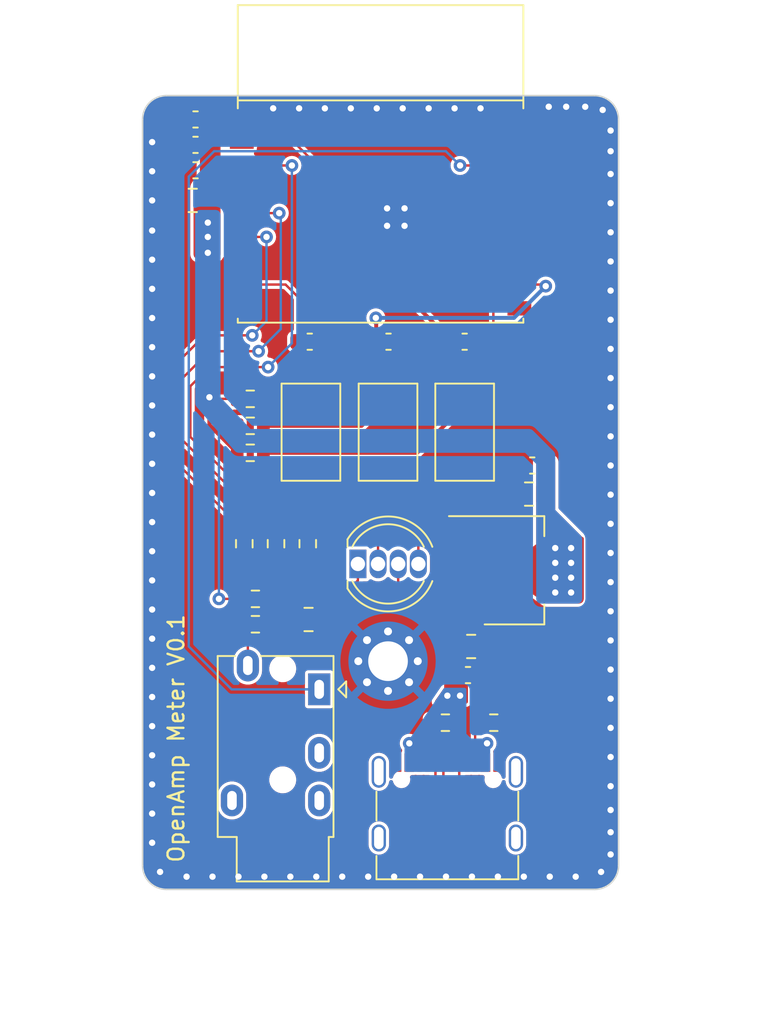
<source format=kicad_pcb>
(kicad_pcb (version 20221018) (generator pcbnew)
  (layers (0 "F.Cu" signal) (1 "In1.Cu" signal) (2 "In2.Cu" signal) (31 "B.Cu" signal) (34 "B.Paste" user) (35 "F.Paste" user) (36 "B.SilkS" user "B.Silkscreen") (37 "F.SilkS" user "F.Silkscreen") (38 "B.Mask" user) (39 "F.Mask" user) (44 "Edge.Cuts" user))
  (net 0 "")
  (net 1 "/CHIP_EN")
  (net 2 "/CHIP_BOOT")
  (net 3 "/USB_D-")
  (net 4 "/USB_D+")
  (net 5 "GND")
  (net 6 "+5VA")
  (net 7 "Net-(J2-CC1)")
  (net 9 "Net-(J2-CC2)")
  (net 11 "+3V3")
  (net 13 "/BLE_MODE")
  (net 14 "Net-(D2-GK)")
  (net 15 "Net-(D2-BK)")
  (net 16 "Net-(D2-RK)")
  (net 17 "/LED_R")
  (net 18 "/LED_G")
  (net 19 "/LED_B")
  (net 22 "Net-(C19-Pad1)")
  (net 23 "/CURRENT_SENSE")
  (footprint "Button_Switch_SMD:SW_SPST_CK_RS282G05A3" (layer "F.Cu") (at 22.61 169.2 -90)
    (fp_text reference "SW2" hide)
    (fp_text value "SW_Push")
    (fp_line (start -3.06 -1.85) (end 3.06 -1.85) (stroke (width 0.12)) (layer "F.SilkS"))
    (fp_line (start -3.06 1.85) (end -3.06 -1.85) (stroke (width 0.12)) (layer "F.SilkS"))
    (fp_line (start 3.06 -1.85) (end 3.06 1.85) (stroke (width 0.12)) (layer "F.SilkS"))
    (fp_line (start 3.06 1.85) (end -3.06 1.85) (stroke (width 0.12)) (layer "F.SilkS"))
    (pad "1" smd rect (at -3.9 0 270) (size 1.5 1.5) (layers "F.Cu" "F.Paste" "F.Mask") (net 2 "/CHIP_BOOT"))
    (pad "2" smd rect (at 3.9 0 270) (size 1.5 1.5) (layers "F.Cu" "F.Paste" "F.Mask") (net 5 "GND"))
  )
  (footprint "MountingHole:MountingHole_2.5mm_Pad_Via" (layer "F.Cu") (at 27.47 183.625)
    (fp_text reference "TP1" hide)
    (fp_text value "TestPoint")
    (pad "1" thru_hole circle (at -1.875 0) (size 0.8 0.8) (drill 0.5) (layers "*.Cu" "*.Mask") (net 5 "GND"))
    (pad "1" thru_hole circle (at -1.325825 -1.325825) (size 0.8 0.8) (drill 0.5) (layers "*.Cu" "*.Mask") (net 5 "GND"))
    (pad "1" thru_hole circle (at -1.325825 1.325825) (size 0.8 0.8) (drill 0.5) (layers "*.Cu" "*.Mask") (net 5 "GND"))
    (pad "1" thru_hole circle (at 0 -1.875) (size 0.8 0.8) (drill 0.5) (layers "*.Cu" "*.Mask") (net 5 "GND"))
    (pad "1" thru_hole circle (at 0 0) (size 5 5) (drill 2.5) (layers "*.Cu" "*.Mask") (net 5 "GND"))
    (pad "1" thru_hole circle (at 0 1.875) (size 0.8 0.8) (drill 0.5) (layers "*.Cu" "*.Mask") (net 5 "GND"))
    (pad "1" thru_hole circle (at 1.325825 -1.325825) (size 0.8 0.8) (drill 0.5) (layers "*.Cu" "*.Mask") (net 5 "GND"))
    (pad "1" thru_hole circle (at 1.325825 1.325825) (size 0.8 0.8) (drill 0.5) (layers "*.Cu" "*.Mask") (net 5 "GND"))
    (pad "1" thru_hole circle (at 1.875 0) (size 0.8 0.8) (drill 0.5) (layers "*.Cu" "*.Mask") (net 5 "GND"))
  )
  (footprint "Resistor_SMD:R_0603_1608Metric" (layer "F.Cu") (at 19.11 181.3 180)
    (fp_text reference "R10" hide)
    (fp_text value "1K")
    (fp_line (start -0.237258 -0.5225) (end 0.237258 -0.5225) (stroke (width 0.12)) (layer "F.SilkS"))
    (fp_line (start -0.237258 0.5225) (end 0.237258 0.5225) (stroke (width 0.12)) (layer "F.SilkS"))
    (pad "1" smd roundrect (at -0.825 0 180) (size 0.8 0.95) (layers "F.Cu" "F.Paste" "F.Mask") (net 22 "Net-(C19-Pad1)"))
    (pad "2" smd roundrect (at 0.825 0 180) (size 0.8 0.95) (layers "F.Cu" "F.Paste" "F.Mask") (net 5 "GND"))
  )
  (footprint "Resistor_SMD:R_0603_1608Metric" (layer "F.Cu") (at 18.785 167.1)
    (fp_text reference "R2" hide)
    (fp_text value "5K1")
    (fp_line (start -0.237258 -0.5225) (end 0.237258 -0.5225) (stroke (width 0.12)) (layer "F.SilkS"))
    (fp_line (start -0.237258 0.5225) (end 0.237258 0.5225) (stroke (width 0.12)) (layer "F.SilkS"))
    (pad "1" smd roundrect (at -0.825 0) (size 0.8 0.95) (layers "F.Cu" "F.Paste" "F.Mask") (net 11 "+3V3"))
    (pad "2" smd roundrect (at 0.825 0) (size 0.8 0.95) (layers "F.Cu" "F.Paste" "F.Mask") (net 2 "/CHIP_BOOT"))
  )
  (footprint "Resistor_SMD:R_0603_1608Metric" (layer "F.Cu") (at 22.41 176.225 -90)
    (fp_text reference "R7" hide)
    (fp_text value "100")
    (fp_line (start -0.237258 -0.5225) (end 0.237258 -0.5225) (stroke (width 0.12)) (layer "F.SilkS"))
    (fp_line (start -0.237258 0.5225) (end 0.237258 0.5225) (stroke (width 0.12)) (layer "F.SilkS"))
    (pad "1" smd roundrect (at -0.825 0 270) (size 0.8 0.95) (layers "F.Cu" "F.Paste" "F.Mask") (net 17 "/LED_R"))
    (pad "2" smd roundrect (at 0.825 0 270) (size 0.8 0.95) (layers "F.Cu" "F.Paste" "F.Mask") (net 16 "Net-(D2-RK)"))
  )
  (footprint "Espressif:ESP32-C3-WROOM-02" (layer "F.Cu") (at 27 155.3)
    (fp_text reference "U4" hide)
    (fp_text value "ESP32-C3-WROOM-02")
    (fp_line (start -9 -13) (end -9 -6.5) (stroke (width 0.12)) (layer "F.SilkS"))
    (fp_line (start -9 -13) (end 9 -13) (stroke (width 0.12)) (layer "F.SilkS"))
    (fp_line (start -9 7) (end -9 6.75) (stroke (width 0.12)) (layer "F.SilkS"))
    (fp_line (start 9 -13) (end 9 -6.5) (stroke (width 0.12)) (layer "F.SilkS"))
    (fp_line (start 9 -7) (end -8.95 -7) (stroke (width 0.12)) (layer "F.SilkS"))
    (fp_line (start 9 6.75) (end 9 7) (stroke (width 0.12)) (layer "F.SilkS"))
    (fp_line (start 9 7) (end -9 7) (stroke (width 0.12)) (layer "F.SilkS"))
    (pad "1" smd rect (at -8.75 -5.9) (size 1.5 0.9) (layers "F.Cu" "F.Paste" "F.Mask") (net 11 "+3V3"))
    (pad "2" smd rect (at -8.75 -4.4) (size 1.5 0.9) (layers "F.Cu" "F.Paste" "F.Mask") (net 1 "/CHIP_EN"))
    (pad "3" smd rect (at -8.75 -2.9) (size 1.5 0.9) (layers "F.Cu" "F.Paste" "F.Mask") (net 17 "/LED_R"))
    (pad "4" smd rect (at -8.75 -1.4) (size 1.5 0.9) (layers "F.Cu" "F.Paste" "F.Mask"))
    (pad "5" smd rect (at -8.75 0.1) (size 1.5 0.9) (layers "F.Cu" "F.Paste" "F.Mask") (net 19 "/LED_B"))
    (pad "6" smd rect (at -8.75 1.6) (size 1.5 0.9) (layers "F.Cu" "F.Paste" "F.Mask") (net 18 "/LED_G"))
    (pad "7" smd rect (at -8.75 3.1) (size 1.5 0.9) (layers "F.Cu" "F.Paste" "F.Mask"))
    (pad "8" smd rect (at -8.75 4.6) (size 1.5 0.9) (layers "F.Cu" "F.Paste" "F.Mask") (net 2 "/CHIP_BOOT"))
    (pad "9" smd rect (at -8.75 6.1) (size 1.5 0.9) (layers "F.Cu" "F.Paste" "F.Mask") (net 5 "GND"))
    (pad "10" smd rect (at 8.75 6.1 180) (size 1.5 0.9) (layers "F.Cu" "F.Paste" "F.Mask"))
    (pad "11" smd rect (at 8.75 4.6 180) (size 1.5 0.9) (layers "F.Cu" "F.Paste" "F.Mask") (net 13 "/BLE_MODE"))
    (pad "12" smd rect (at 8.75 3.1 180) (size 1.5 0.9) (layers "F.Cu" "F.Paste" "F.Mask"))
    (pad "13" smd rect (at 8.75 1.6 180) (size 1.5 0.9) (layers "F.Cu" "F.Paste" "F.Mask") (net 4 "/USB_D+"))
    (pad "14" smd rect (at 8.75 0.1 180) (size 1.5 0.9) (layers "F.Cu" "F.Paste" "F.Mask") (net 3 "/USB_D-"))
    (pad "15" smd rect (at 8.75 -1.4 180) (size 1.5 0.9) (layers "F.Cu" "F.Paste" "F.Mask"))
    (pad "16" smd rect (at 8.75 -2.9 180) (size 1.5 0.9) (layers "F.Cu" "F.Paste" "F.Mask") (net 23 "/CURRENT_SENSE"))
    (pad "17" smd rect (at 8.75 -4.4 180) (size 1.5 0.9) (layers "F.Cu" "F.Paste" "F.Mask"))
    (pad "18" smd rect (at 8.75 -5.9 180) (size 1.5 0.9) (layers "F.Cu" "F.Paste" "F.Mask"))
    (pad "19" smd rect (at -0.14 -0.8 180) (size 0.7 0.7) (layers "F.Cu" "F.Paste" "F.Mask") (net 5 "GND"))
    (pad "19" smd rect (at -0.14 0.3 180) (size 0.7 0.7) (layers "F.Cu" "F.Paste" "F.Mask") (net 5 "GND"))
    (pad "19" smd rect (at -0.14 1.4 180) (size 0.7 0.7) (layers "F.Cu" "F.Paste" "F.Mask") (net 5 "GND"))
    (pad "19" smd rect (at 0.91 -0.8 180) (size 0.7 0.7) (layers "F.Cu" "F.Paste" "F.Mask") (net 5 "GND"))
    (pad "19" smd rect (at 0.91 0.3 180) (size 0.7 0.7) (layers "F.Cu" "F.Paste" "F.Mask") (net 5 "GND"))
    (pad "19" smd rect (at 0.91 1.4 180) (size 0.7 0.7) (layers "F.Cu" "F.Paste" "F.Mask") (net 5 "GND"))
    (pad "19" smd rect (at 2.06 -0.8 180) (size 0.7 0.7) (layers "F.Cu" "F.Paste" "F.Mask") (net 5 "GND"))
    (pad "19" smd rect (at 2.06 0.3 180) (size 0.7 0.7) (layers "F.Cu" "F.Paste" "F.Mask") (net 5 "GND"))
    (pad "19" smd rect (at 2.06 1.4 180) (size 0.7 0.7) (layers "F.Cu" "F.Paste" "F.Mask") (net 5 "GND"))
  )
  (footprint "Capacitor_SMD:C_0603_1608Metric" (layer "F.Cu") (at 32.51 184.5)
    (fp_text reference "C17" hide)
    (fp_text value "100nF 25V")
    (fp_line (start -0.14058 -0.51) (end 0.14058 -0.51) (stroke (width 0.12)) (layer "F.SilkS"))
    (fp_line (start -0.14058 0.51) (end 0.14058 0.51) (stroke (width 0.12)) (layer "F.SilkS"))
    (pad "1" smd roundrect (at -0.775 0) (size 0.9 0.95) (layers "F.Cu" "F.Paste" "F.Mask") (net 6 "+5VA"))
    (pad "2" smd roundrect (at 0.775 0) (size 0.9 0.95) (layers "F.Cu" "F.Paste" "F.Mask") (net 5 "GND"))
  )
  (footprint "Resistor_SMD:R_0603_1608Metric" (layer "F.Cu") (at 18.785 170.5)
    (fp_text reference "R3" hide)
    (fp_text value "5K1")
    (fp_line (start -0.237258 -0.5225) (end 0.237258 -0.5225) (stroke (width 0.12)) (layer "F.SilkS"))
    (fp_line (start -0.237258 0.5225) (end 0.237258 0.5225) (stroke (width 0.12)) (layer "F.SilkS"))
    (pad "1" smd roundrect (at -0.825 0) (size 0.8 0.95) (layers "F.Cu" "F.Paste" "F.Mask") (net 11 "+3V3"))
    (pad "2" smd roundrect (at 0.825 0) (size 0.8 0.95) (layers "F.Cu" "F.Paste" "F.Mask") (net 1 "/CHIP_EN"))
  )
  (footprint "Capacitor_SMD:C_0603_1608Metric" (layer "F.Cu") (at 15.335 149.5 180)
    (fp_text reference "C10" hide)
    (fp_text value "100nF 25V")
    (fp_line (start -0.14058 -0.51) (end 0.14058 -0.51) (stroke (width 0.12)) (layer "F.SilkS"))
    (fp_line (start -0.14058 0.51) (end 0.14058 0.51) (stroke (width 0.12)) (layer "F.SilkS"))
    (pad "1" smd roundrect (at -0.775 0 180) (size 0.9 0.95) (layers "F.Cu" "F.Paste" "F.Mask") (net 11 "+3V3"))
    (pad "2" smd roundrect (at 0.775 0 180) (size 0.9 0.95) (layers "F.Cu" "F.Paste" "F.Mask") (net 5 "GND"))
  )
  (footprint "Package_TO_SOT_SMD:SOT-223-3_TabPin2" (layer "F.Cu") (at 35.41 177.9)
    (fp_text reference "U2" hide)
    (fp_text value "AMS1117-3.3")
    (fp_line (start -4.1 -3.41) (end 1.91 -3.41) (stroke (width 0.12)) (layer "F.SilkS"))
    (fp_line (start -1.85 3.41) (end 1.91 3.41) (stroke (width 0.12)) (layer "F.SilkS"))
    (fp_line (start 1.91 -3.41) (end 1.91 -2.15) (stroke (width 0.12)) (layer "F.SilkS"))
    (fp_line (start 1.91 3.41) (end 1.91 2.15) (stroke (width 0.12)) (layer "F.SilkS"))
    (pad "1" smd rect (at -3.15 -2.3) (size 2 1.5) (layers "F.Cu" "F.Paste" "F.Mask") (net 5 "GND"))
    (pad "2" smd rect (at -3.15 0) (size 2 1.5) (layers "F.Cu" "F.Paste" "F.Mask") (net 11 "+3V3"))
    (pad "2" smd rect (at 3.15 0) (size 2 3.8) (layers "F.Cu" "F.Paste" "F.Mask") (net 11 "+3V3"))
    (pad "3" smd rect (at -3.15 2.3) (size 2 1.5) (layers "F.Cu" "F.Paste" "F.Mask") (net 6 "+5VA"))
  )
  (footprint "Connector_USB:USB_C_Receptacle_Palconn_UTC16-G" (layer "F.Cu") (at 31.21 192.525)
    (fp_text reference "J2" hide)
    (fp_text value "USB_C_Receptacle")
    (fp_line (start -4.47 -0.67) (end -4.47 1.13) (stroke (width 0.12)) (layer "F.SilkS"))
    (fp_line (start -4.47 4.84) (end -4.47 3.38) (stroke (width 0.12)) (layer "F.SilkS"))
    (fp_line (start 4.47 -0.67) (end 4.47 1.13) (stroke (width 0.12)) (layer "F.SilkS"))
    (fp_line (start 4.47 4.84) (end -4.47 4.84) (stroke (width 0.12)) (layer "F.SilkS"))
    (fp_line (start 4.47 4.84) (end 4.47 3.38) (stroke (width 0.12)) (layer "F.SilkS"))
    (pad "" np_thru_hole circle (at -2.89 -1.45 180) (size 0.6 0.6) (drill 0.6) (layers "*.Cu" "*.Mask"))
    (pad "" np_thru_hole circle (at 2.89 -1.45 180) (size 0.6 0.6) (drill 0.6) (layers "*.Cu" "*.Mask"))
    (pad "A1" smd rect (at -3.2 -2.51) (size 0.6 1.16) (layers "F.Cu" "F.Paste" "F.Mask") (net 5 "GND"))
    (pad "A4" smd rect (at -2.4 -2.51) (size 0.6 1.16) (layers "F.Cu" "F.Paste" "F.Mask") (net 6 "+5VA"))
    (pad "A5" smd rect (at -1.25 -2.51 180) (size 0.3 1.16) (layers "F.Cu" "F.Paste" "F.Mask") (net 7 "Net-(J2-CC1)"))
    (pad "A6" smd rect (at -0.25 -2.51 180) (size 0.3 1.16) (layers "F.Cu" "F.Paste" "F.Mask") (net 3 "/USB_D-"))
    (pad "A7" smd rect (at 0.25 -2.51 180) (size 0.3 1.16) (layers "F.Cu" "F.Paste" "F.Mask") (net 4 "/USB_D+"))
    (pad "A8" smd rect (at 1.25 -2.51 180) (size 0.3 1.16) (layers "F.Cu" "F.Paste" "F.Mask"))
    (pad "A9" smd rect (at 2.4 -2.51) (size 0.6 1.16) (layers "F.Cu" "F.Paste" "F.Mask") (net 6 "+5VA"))
    (pad "A12" smd rect (at 3.2 -2.51) (size 0.6 1.16) (layers "F.Cu" "F.Paste" "F.Mask") (net 5 "GND"))
    (pad "B1" smd rect (at 3.2 -2.51) (size 0.6 1.16) (layers "F.Cu" "F.Paste" "F.Mask") (net 5 "GND"))
    (pad "B4" smd rect (at 2.4 -2.51) (size 0.6 1.16) (layers "F.Cu" "F.Paste" "F.Mask") (net 6 "+5VA"))
    (pad "B5" smd rect (at 1.75 -2.51 180) (size 0.3 1.16) (layers "F.Cu" "F.Paste" "F.Mask") (net 9 "Net-(J2-CC2)"))
    (pad "B6" smd rect (at 0.75 -2.51 180) (size 0.3 1.16) (layers "F.Cu" "F.Paste" "F.Mask") (net 3 "/USB_D-"))
    (pad "B7" smd rect (at -0.75 -2.51 180) (size 0.3 1.16) (layers "F.Cu" "F.Paste" "F.Mask") (net 4 "/USB_D+"))
    (pad "B8" smd rect (at -1.75 -2.51 180) (size 0.3 1.16) (layers "F.Cu" "F.Paste" "F.Mask"))
    (pad "B9" smd rect (at -2.4 -2.51) (size 0.6 1.16) (layers "F.Cu" "F.Paste" "F.Mask") (net 6 "+5VA"))
    (pad "B12" smd rect (at -3.2 -2.51) (size 0.6 1.16) (layers "F.Cu" "F.Paste" "F.Mask") (net 5 "GND"))
    (pad "S1" thru_hole oval (at -4.32 -1.93 90) (size 2 0.9) (drill oval 1.7 0.6) (layers "*.Cu" "*.Mask"))
    (pad "S1" thru_hole oval (at -4.32 2.24 90) (size 1.7 0.9) (drill oval 1.4 0.6) (layers "*.Cu" "*.Mask"))
    (pad "S1" thru_hole oval (at 4.32 -1.93 90) (size 2 0.9) (drill oval 1.7 0.6) (layers "*.Cu" "*.Mask"))
    (pad "S1" thru_hole oval (at 4.32 2.24 90) (size 1.7 0.9) (drill oval 1.4 0.6) (layers "*.Cu" "*.Mask"))
  )
  (footprint "Resistor_SMD:R_0603_1608Metric" (layer "F.Cu") (at 34.135 187.5)
    (fp_text reference "R4" hide)
    (fp_text value "5K1")
    (fp_line (start -0.237258 -0.5225) (end 0.237258 -0.5225) (stroke (width 0.12)) (layer "F.SilkS"))
    (fp_line (start -0.237258 0.5225) (end 0.237258 0.5225) (stroke (width 0.12)) (layer "F.SilkS"))
    (pad "1" smd roundrect (at -0.825 0) (size 0.8 0.95) (layers "F.Cu" "F.Paste" "F.Mask") (net 9 "Net-(J2-CC2)"))
    (pad "2" smd roundrect (at 0.825 0) (size 0.8 0.95) (layers "F.Cu" "F.Paste" "F.Mask") (net 5 "GND"))
  )
  (footprint "Capacitor_SMD:C_0805_2012Metric" (layer "F.Cu") (at 36.36 173.1 180)
    (fp_text reference "C12" hide)
    (fp_text value "10uF")
    (fp_line (start -0.261252 -0.735) (end 0.261252 -0.735) (stroke (width 0.12)) (layer "F.SilkS"))
    (fp_line (start -0.261252 0.735) (end 0.261252 0.735) (stroke (width 0.12)) (layer "F.SilkS"))
    (pad "1" smd roundrect (at -0.95 0 180) (size 1 1.45) (layers "F.Cu" "F.Paste" "F.Mask") (net 11 "+3V3"))
    (pad "2" smd roundrect (at 0.95 0 180) (size 1 1.45) (layers "F.Cu" "F.Paste" "F.Mask") (net 5 "GND"))
  )
  (footprint "Capacitor_SMD:C_0805_2012Metric" (layer "F.Cu") (at 32.71 182.7)
    (fp_text reference "C14" hide)
    (fp_text value "10uF")
    (fp_line (start -0.261252 -0.735) (end 0.261252 -0.735) (stroke (width 0.12)) (layer "F.SilkS"))
    (fp_line (start -0.261252 0.735) (end 0.261252 0.735) (stroke (width 0.12)) (layer "F.SilkS"))
    (pad "1" smd roundrect (at -0.95 0) (size 1 1.45) (layers "F.Cu" "F.Paste" "F.Mask") (net 6 "+5VA"))
    (pad "2" smd roundrect (at 0.95 0) (size 1 1.45) (layers "F.Cu" "F.Paste" "F.Mask") (net 5 "GND"))
  )
  (footprint "Capacitor_SMD:C_0603_1608Metric" (layer "F.Cu") (at 27.5 163.5)
    (fp_text reference "C18" hide)
    (fp_text value "100nF 25V")
    (fp_line (start -0.14058 -0.51) (end 0.14058 -0.51) (stroke (width 0.12)) (layer "F.SilkS"))
    (fp_line (start -0.14058 0.51) (end 0.14058 0.51) (stroke (width 0.12)) (layer "F.SilkS"))
    (pad "1" smd roundrect (at -0.775 0) (size 0.9 0.95) (layers "F.Cu" "F.Paste" "F.Mask") (net 13 "/BLE_MODE"))
    (pad "2" smd roundrect (at 0.775 0) (size 0.9 0.95) (layers "F.Cu" "F.Paste" "F.Mask") (net 5 "GND"))
  )
  (footprint "Capacitor_SMD:C_0603_1608Metric" (layer "F.Cu") (at 15.335 152.7 180)
    (fp_text reference "C13" hide)
    (fp_text value "100nF 25V")
    (fp_line (start -0.14058 -0.51) (end 0.14058 -0.51) (stroke (width 0.12)) (layer "F.SilkS"))
    (fp_line (start -0.14058 0.51) (end 0.14058 0.51) (stroke (width 0.12)) (layer "F.SilkS"))
    (pad "1" smd roundrect (at -0.775 0 180) (size 0.9 0.95) (layers "F.Cu" "F.Paste" "F.Mask") (net 11 "+3V3"))
    (pad "2" smd roundrect (at 0.775 0 180) (size 0.9 0.95) (layers "F.Cu" "F.Paste" "F.Mask") (net 5 "GND"))
  )
  (footprint "Capacitor_SMD:C_0603_1608Metric" (layer "F.Cu") (at 32.3 163.5)
    (fp_text reference "C5" hide)
    (fp_text value "100nF 25V")
    (fp_line (start -0.14058 -0.51) (end 0.14058 -0.51) (stroke (width 0.12)) (layer "F.SilkS"))
    (fp_line (start -0.14058 0.51) (end 0.14058 0.51) (stroke (width 0.12)) (layer "F.SilkS"))
    (pad "1" smd roundrect (at -0.775 0) (size 0.9 0.95) (layers "F.Cu" "F.Paste" "F.Mask") (net 1 "/CHIP_EN"))
    (pad "2" smd roundrect (at 0.775 0) (size 0.9 0.95) (layers "F.Cu" "F.Paste" "F.Mask") (net 5 "GND"))
  )
  (footprint "Resistor_SMD:R_0603_1608Metric" (layer "F.Cu") (at 19.11 179.7)
    (fp_text reference "R11" hide)
    (fp_text value "1K")
    (fp_line (start -0.237258 -0.5225) (end 0.237258 -0.5225) (stroke (width 0.12)) (layer "F.SilkS"))
    (fp_line (start -0.237258 0.5225) (end 0.237258 0.5225) (stroke (width 0.12)) (layer "F.SilkS"))
    (pad "1" smd roundrect (at -0.825 0) (size 0.8 0.95) (layers "F.Cu" "F.Paste" "F.Mask") (net 11 "+3V3"))
    (pad "2" smd roundrect (at 0.825 0) (size 0.8 0.95) (layers "F.Cu" "F.Paste" "F.Mask") (net 22 "Net-(C19-Pad1)"))
  )
  (footprint "Resistor_SMD:R_0603_1608Metric" (layer "F.Cu") (at 20.41 176.225 -90)
    (fp_text reference "R9" hide)
    (fp_text value "100")
    (fp_line (start -0.237258 -0.5225) (end 0.237258 -0.5225) (stroke (width 0.12)) (layer "F.SilkS"))
    (fp_line (start -0.237258 0.5225) (end 0.237258 0.5225) (stroke (width 0.12)) (layer "F.SilkS"))
    (pad "1" smd roundrect (at -0.825 0 270) (size 0.8 0.95) (layers "F.Cu" "F.Paste" "F.Mask") (net 19 "/LED_B"))
    (pad "2" smd roundrect (at 0.825 0 270) (size 0.8 0.95) (layers "F.Cu" "F.Paste" "F.Mask") (net 15 "Net-(D2-BK)"))
  )
  (footprint "Capacitor_SMD:C_0805_2012Metric" (layer "F.Cu") (at 15.16 154.6 180)
    (fp_text reference "C15" hide)
    (fp_text value "10uF")
    (fp_line (start -0.261252 -0.735) (end 0.261252 -0.735) (stroke (width 0.12)) (layer "F.SilkS"))
    (fp_line (start -0.261252 0.735) (end 0.261252 0.735) (stroke (width 0.12)) (layer "F.SilkS"))
    (pad "1" smd roundrect (at -0.95 0 180) (size 1 1.45) (layers "F.Cu" "F.Paste" "F.Mask") (net 11 "+3V3"))
    (pad "2" smd roundrect (at 0.95 0 180) (size 1 1.45) (layers "F.Cu" "F.Paste" "F.Mask") (net 5 "GND"))
  )
  (footprint "Capacitor_SMD:C_0603_1608Metric" (layer "F.Cu") (at 15.335 151.1 180)
    (fp_text reference "C16" hide)
    (fp_text value "100nF 25V")
    (fp_line (start -0.14058 -0.51) (end 0.14058 -0.51) (stroke (width 0.12)) (layer "F.SilkS"))
    (fp_line (start -0.14058 0.51) (end 0.14058 0.51) (stroke (width 0.12)) (layer "F.SilkS"))
    (pad "1" smd roundrect (at -0.775 0 180) (size 0.9 0.95) (layers "F.Cu" "F.Paste" "F.Mask") (net 11 "+3V3"))
    (pad "2" smd roundrect (at 0.775 0 180) (size 0.9 0.95) (layers "F.Cu" "F.Paste" "F.Mask") (net 5 "GND"))
  )
  (footprint "Button_Switch_SMD:SW_SPST_CK_RS282G05A3" (layer "F.Cu") (at 32.3 169.2 -90)
    (fp_text reference "SW1" hide)
    (fp_text value "SW_Push")
    (fp_line (start -3.06 -1.85) (end 3.06 -1.85) (stroke (width 0.12)) (layer "F.SilkS"))
    (fp_line (start -3.06 1.85) (end -3.06 -1.85) (stroke (width 0.12)) (layer "F.SilkS"))
    (fp_line (start 3.06 -1.85) (end 3.06 1.85) (stroke (width 0.12)) (layer "F.SilkS"))
    (fp_line (start 3.06 1.85) (end -3.06 1.85) (stroke (width 0.12)) (layer "F.SilkS"))
    (pad "1" smd rect (at -3.9 0 270) (size 1.5 1.5) (layers "F.Cu" "F.Paste" "F.Mask") (net 1 "/CHIP_EN"))
    (pad "2" smd rect (at 3.9 0 270) (size 1.5 1.5) (layers "F.Cu" "F.Paste" "F.Mask") (net 5 "GND"))
  )
  (footprint "Resistor_SMD:R_0603_1608Metric" (layer "F.Cu") (at 18.785 168.8)
    (fp_text reference "R6" hide)
    (fp_text value "5K1")
    (fp_line (start -0.237258 -0.5225) (end 0.237258 -0.5225) (stroke (width 0.12)) (layer "F.SilkS"))
    (fp_line (start -0.237258 0.5225) (end 0.237258 0.5225) (stroke (width 0.12)) (layer "F.SilkS"))
    (pad "1" smd roundrect (at -0.825 0) (size 0.8 0.95) (layers "F.Cu" "F.Paste" "F.Mask") (net 11 "+3V3"))
    (pad "2" smd roundrect (at 0.825 0) (size 0.8 0.95) (layers "F.Cu" "F.Paste" "F.Mask") (net 13 "/BLE_MODE"))
  )
  (footprint "Audio_Ext:Jack_3.5mm_PJ320E_Horizontal" (layer "F.Cu") (at 23.1325 185.4 180)
    (fp_text reference "J3" hide)
    (fp_text value "AudioJack4")
    (fp_line (start -1.7 -0.5) (end -1.7 0.5) (stroke (width 0.12)) (layer "F.SilkS"))
    (fp_line (start -1.7 0.5) (end -1.2 0) (stroke (width 0.12)) (layer "F.SilkS"))
    (fp_line (start -1.2 0) (end -1.7 -0.5) (stroke (width 0.12)) (layer "F.SilkS"))
    (fp_line (start -0.9 -9.3) (end -0.9 2.1) (stroke (width 0.12)) (layer "F.SilkS"))
    (fp_line (start -0.9 -9.3) (end -0.6 -9.3) (stroke (width 0.12)) (layer "F.SilkS"))
    (fp_line (start -0.9 2.1) (end 3.7 2.1) (stroke (width 0.12)) (layer "F.SilkS"))
    (fp_line (start -0.6 -9.3) (end -0.6 -12.1) (stroke (width 0.12)) (layer "F.SilkS"))
    (fp_line (start 5.2 -12.1) (end -0.6 -12.1) (stroke (width 0.12)) (layer "F.SilkS"))
    (fp_line (start 5.2 -9.3) (end 5.2 -12.1) (stroke (width 0.12)) (layer "F.SilkS"))
    (fp_line (start 5.2 -9.3) (end 6.4 -9.3) (stroke (width 0.12)) (layer "F.SilkS"))
    (fp_line (start 6.4 -9.3) (end 6.4 2.1) (stroke (width 0.12)) (layer "F.SilkS"))
    (fp_line (start 6.4 2.1) (end 5.3 2.1) (stroke (width 0.12)) (layer "F.SilkS"))
    (pad "" np_thru_hole circle (at 2.3 -5.7 90) (size 1.2 1.2) (drill 1.2) (layers "*.Cu" "*.Mask"))
    (pad "" np_thru_hole circle (at 2.3 1.3 90) (size 1.2 1.2) (drill 1.2) (layers "*.Cu" "*.Mask"))
    (pad "" thru_hole oval (at 5.5 -7 90) (size 2 1.4) (drill oval 1.2 0.6) (layers "*.Cu" "*.Mask"))
    (pad "R1" thru_hole oval (at 0 -4 90) (size 2 1.4) (drill oval 1.2 0.6) (layers "*.Cu" "*.Mask"))
    (pad "R2" thru_hole oval (at 0 -7 90) (size 2 1.4) (drill oval 1.2 0.6) (layers "*.Cu" "*.Mask"))
    (pad "S" thru_hole oval (at 4.5 1.5 90) (size 2 1.4) (drill oval 1.2 0.6) (layers "*.Cu" "*.Mask") (net 22 "Net-(C19-Pad1)"))
    (pad "T" thru_hole rect (at 0 0 90) (size 2 1.4) (drill oval 1.2 0.6) (layers "*.Cu" "*.Mask") (net 23 "/CURRENT_SENSE"))
  )
  (footprint "Capacitor_SMD:C_0603_1608Metric" (layer "F.Cu") (at 36.56 171.3 180)
    (fp_text reference "C11" hide)
    (fp_text value "100nF 25V")
    (fp_line (start -0.14058 -0.51) (end 0.14058 -0.51) (stroke (width 0.12)) (layer "F.SilkS"))
    (fp_line (start -0.14058 0.51) (end 0.14058 0.51) (stroke (width 0.12)) (layer "F.SilkS"))
    (pad "1" smd roundrect (at -0.775 0 180) (size 0.9 0.95) (layers "F.Cu" "F.Paste" "F.Mask") (net 11 "+3V3"))
    (pad "2" smd roundrect (at 0.775 0 180) (size 0.9 0.95) (layers "F.Cu" "F.Paste" "F.Mask") (net 5 "GND"))
  )
  (footprint "Button_Switch_SMD:SW_SPST_CK_RS282G05A3" (layer "F.Cu") (at 27.47 169.2 -90)
    (fp_text reference "SW3" hide)
    (fp_text value "SW_Push")
    (fp_line (start -3.06 -1.85) (end 3.06 -1.85) (stroke (width 0.12)) (layer "F.SilkS"))
    (fp_line (start -3.06 1.85) (end -3.06 -1.85) (stroke (width 0.12)) (layer "F.SilkS"))
    (fp_line (start 3.06 -1.85) (end 3.06 1.85) (stroke (width 0.12)) (layer "F.SilkS"))
    (fp_line (start 3.06 1.85) (end -3.06 1.85) (stroke (width 0.12)) (layer "F.SilkS"))
    (pad "1" smd rect (at -3.9 0 270) (size 1.5 1.5) (layers "F.Cu" "F.Paste" "F.Mask") (net 13 "/BLE_MODE"))
    (pad "2" smd rect (at 3.9 0 270) (size 1.5 1.5) (layers "F.Cu" "F.Paste" "F.Mask") (net 5 "GND"))
  )
  (footprint "Resistor_SMD:R_0603_1608Metric" (layer "F.Cu") (at 31.085 187.5)
    (fp_text reference "R5" hide)
    (fp_text value "5K1")
    (fp_line (start -0.237258 -0.5225) (end 0.237258 -0.5225) (stroke (width 0.12)) (layer "F.SilkS"))
    (fp_line (start -0.237258 0.5225) (end 0.237258 0.5225) (stroke (width 0.12)) (layer "F.SilkS"))
    (pad "1" smd roundrect (at -0.825 0) (size 0.8 0.95) (layers "F.Cu" "F.Paste" "F.Mask") (net 7 "Net-(J2-CC1)"))
    (pad "2" smd roundrect (at 0.825 0) (size 0.8 0.95) (layers "F.Cu" "F.Paste" "F.Mask") (net 5 "GND"))
  )
  (footprint "LED_THT:LED_D5.0mm-4_RGB" (layer "F.Cu") (at 25.57 177.5)
    (fp_text reference "D2" hide)
    (fp_text value "LED_GBAR")
    (fp_line (start -0.655 -1.545) (end -0.655 -1.08) (stroke (width 0.12)) (layer "F.SilkS"))
    (fp_line (start -0.655 1.08) (end -0.655 1.545) (stroke (width 0.12)) (layer "F.SilkS"))
    (fp_arc (start -0.655 -1.54483) (mid 2.163456 -2.978809) (end 4.692815 -1.080827) (stroke (width 0.12)) (layer "F.SilkS"))
    (fp_arc (start -0.349684 -1.08) (mid 1.904762 -2.5) (end 4.159479 -1.080429) (stroke (width 0.12)) (layer "F.SilkS"))
    (fp_arc (start 4.159479 1.080429) (mid 1.904762 2.5) (end -0.349684 1.08) (stroke (width 0.12)) (layer "F.SilkS"))
    (fp_arc (start 4.692815 1.080827) (mid 2.163456 2.978808) (end -0.655 1.54483) (stroke (width 0.12)) (layer "F.SilkS"))
    (pad "1" thru_hole rect (at 0 0) (size 1.07 1.8) (drill 0.9) (layers "*.Cu" "*.Mask") (net 14 "Net-(D2-GK)"))
    (pad "2" thru_hole oval (at 1.27 0) (size 1.07 1.8) (drill 0.9) (layers "*.Cu" "*.Mask") (net 15 "Net-(D2-BK)"))
    (pad "3" thru_hole oval (at 2.54 0) (size 1.07 1.8) (drill 0.9) (layers "*.Cu" "*.Mask") (net 11 "+3V3"))
    (pad "4" thru_hole oval (at 3.81 0) (size 1.07 1.8) (drill 0.9) (layers "*.Cu" "*.Mask") (net 16 "Net-(D2-RK)"))
  )
  (footprint "Capacitor_SMD:C_0805_2012Metric" (layer "F.Cu") (at 22.46 181)
    (fp_text reference "C19" hide)
    (fp_text value "10uF")
    (fp_line (start -0.261252 -0.735) (end 0.261252 -0.735) (stroke (width 0.12)) (layer "F.SilkS"))
    (fp_line (start -0.261252 0.735) (end 0.261252 0.735) (stroke (width 0.12)) (layer "F.SilkS"))
    (pad "1" smd roundrect (at -0.95 0) (size 1 1.45) (layers "F.Cu" "F.Paste" "F.Mask") (net 22 "Net-(C19-Pad1)"))
    (pad "2" smd roundrect (at 0.95 0) (size 1 1.45) (layers "F.Cu" "F.Paste" "F.Mask") (net 5 "GND"))
  )
  (footprint "Resistor_SMD:R_0603_1608Metric" (layer "F.Cu") (at 18.41 176.225 -90)
    (fp_text reference "R8" hide)
    (fp_text value "100")
    (fp_line (start -0.237258 -0.5225) (end 0.237258 -0.5225) (stroke (width 0.12)) (layer "F.SilkS"))
    (fp_line (start -0.237258 0.5225) (end 0.237258 0.5225) (stroke (width 0.12)) (layer "F.SilkS"))
    (pad "1" smd roundrect (at -0.825 0 270) (size 0.8 0.95) (layers "F.Cu" "F.Paste" "F.Mask") (net 18 "/LED_G"))
    (pad "2" smd roundrect (at 0.825 0 270) (size 0.8 0.95) (layers "F.Cu" "F.Paste" "F.Mask") (net 14 "Net-(D2-GK)"))
  )
  (footprint "Capacitor_SMD:C_0603_1608Metric" (layer "F.Cu") (at 22.535 163.5)
    (fp_text reference "C6" hide)
    (fp_text value "100nF 25V")
    (fp_line (start -0.14058 -0.51) (end 0.14058 -0.51) (stroke (width 0.12)) (layer "F.SilkS"))
    (fp_line (start -0.14058 0.51) (end 0.14058 0.51) (stroke (width 0.12)) (layer "F.SilkS"))
    (pad "1" smd roundrect (at -0.775 0) (size 0.9 0.95) (layers "F.Cu" "F.Paste" "F.Mask") (net 2 "/CHIP_BOOT"))
    (pad "2" smd roundrect (at 0.775 0) (size 0.9 0.95) (layers "F.Cu" "F.Paste" "F.Mask") (net 5 "GND"))
  )
  (gr_line (start 42 149.5) (end 42 196.5) (stroke (width 0.1)) (layer "Edge.Cuts"))
  (gr_arc (start 40.5 148) (mid 41.56066 148.43934) (end 42 149.5) (stroke (width 0.1)) (layer "Edge.Cuts"))
  (gr_line (start 12 196.5) (end 12 149.5) (stroke (width 0.1)) (layer "Edge.Cuts"))
  (gr_arc (start 12 149.5) (mid 12.43934 148.43934) (end 13.5 148) (stroke (width 0.1)) (layer "Edge.Cuts"))
  (gr_arc (start 13.5 198) (mid 12.43934 197.56066) (end 12 196.5) (stroke (width 0.1)) (layer "Edge.Cuts"))
  (gr_arc (start 42 196.5) (mid 41.56066 197.56066) (end 40.5 198) (stroke (width 0.1)) (layer "Edge.Cuts"))
  (gr_line (start 13.5 148) (end 40.5 148) (stroke (width 0.1)) (layer "Edge.Cuts"))
  (gr_line (start 40.5 198) (end 13.5 198) (stroke (width 0.1)) (layer "Edge.Cuts"))
  (gr_text "OpenAmp Meter V0.1" (at 14.7 196.4 90) (layer "F.SilkS") (effects (font (size 1 1)) (justify left bottom)))
  (segment (start 32.3 165.3) (end 32.3 164.7) (width 0.25) (layer "F.Cu") (net 1))
  (segment (start 32.3 167.5) (end 32.3 165.3) (width 0.25) (layer "F.Cu") (net 1))
  (segment (start 32.1 164.075) (end 31.525 163.5) (width 0.25) (layer "F.Cu") (net 1))
  (segment (start 23.81 158.2) (end 23.81 153.2) (width 0.15) (layer "F.Cu") (net 1))
  (segment (start 19.61 170.5) (end 29.3 170.5) (width 0.25) (layer "F.Cu") (net 1))
  (segment (start 21.51 150.9) (end 18.25 150.9) (width 0.15) (layer "F.Cu") (net 1))
  (segment (start 26.36 160.75) (end 23.81 158.2) (width 0.15) (layer "F.Cu") (net 1))
  (segment (start 28.775 160.75) (end 26.36 160.75) (width 0.25) (layer "F.Cu") (net 1))
  (segment (start 32.3 164.7) (end 32.1 164.5) (width 0.25) (layer "F.Cu") (net 1))
  (segment (start 29.3 170.5) (end 32.3 167.5) (width 0.25) (layer "F.Cu") (net 1))
  (segment (start 23.81 153.2) (end 21.51 150.9) (width 0.15) (layer "F.Cu") (net 1))
  (segment (start 32.1 164.5) (end 32.1 164.075) (width 0.25) (layer "F.Cu") (net 1))
  (segment (start 31.525 163.5) (end 28.775 160.75) (width 0.25) (layer "F.Cu") (net 1))
  (segment (start 21.76 163.5) (end 22.61 164.35) (width 0.15) (layer "F.Cu") (net 2))
  (segment (start 21.81 160.7) (end 21.01 159.9) (width 0.15) (layer "F.Cu") (net 2))
  (segment (start 21.76 163.5) (end 21.81 163.45) (width 0.15) (layer "F.Cu") (net 2))
  (segment (start 21.81 163.45) (end 21.81 160.7) (width 0.15) (layer "F.Cu") (net 2))
  (segment (start 22.11 167) (end 19.71 167) (width 0.15) (layer "F.Cu") (net 2))
  (segment (start 21.01 159.9) (end 18.25 159.9) (width 0.15) (layer "F.Cu") (net 2))
  (segment (start 22.61 165.3) (end 22.61 166.5) (width 0.15) (layer "F.Cu") (net 2))
  (segment (start 22.61 166.5) (end 22.11 167) (width 0.15) (layer "F.Cu") (net 2))
  (segment (start 19.71 167) (end 19.61 167.1) (width 0.15) (layer "F.Cu") (net 2))
  (segment (start 22.61 164.35) (end 22.61 165.3) (width 0.15) (layer "F.Cu") (net 2))
  (segment (start 34.11 162.7) (end 40.2 168.79) (width 0.15) (layer "F.Cu") (net 3))
  (segment (start 31.46 191.65) (end 31.96 191.15) (width 0.15) (layer "F.Cu") (net 3))
  (segment (start 40.2 190.71) (end 38.31 192.6) (width 0.15) (layer "F.Cu") (net 3))
  (segment (start 35.75 155.4) (end 34.61 155.4) (width 0.15) (layer "F.Cu") (net 3))
  (segment (start 34.11 155.9) (end 34.11 162.7) (width 0.15) (layer "F.Cu") (net 3))
  (segment (start 30.96 191.15) (end 30.96 190.015) (width 0.15) (layer "F.Cu") (net 3))
  (segment (start 40.2 168.79) (end 40.2 190.71) (width 0.15) (layer "F.Cu") (net 3))
  (segment (start 38.31 192.6) (end 32.41 192.6) (width 0.15) (layer "F.Cu") (net 3))
  (segment (start 32.41 192.6) (end 30.96 191.15) (width 0.15) (layer "F.Cu") (net 3))
  (segment (start 31.96 191.15) (end 31.96 190.015) (width 0.15) (layer "F.Cu") (net 3))
  (segment (start 34.61 155.4) (end 34.11 155.9) (width 0.15) (layer "F.Cu") (net 3))
  (segment (start 35.75 156.9) (end 38.21 156.9) (width 0.15) (layer "F.Cu") (net 4))
  (segment (start 30.46 190.015) (end 30.46 188.75) (width 0.15) (layer "F.Cu") (net 4))
  (segment (start 31.21 193) (end 30.46 192.25) (width 0.15) (layer "F.Cu") (net 4))
  (segment (start 30.46 192.25) (end 30.46 190.015) (width 0.15) (layer "F.Cu") (net 4))
  (segment (start 40.55 159.24) (end 40.55 190.86) (width 0.15) (layer "F.Cu") (net 4))
  (segment (start 38.21 156.9) (end 40.55 159.24) (width 0.15) (layer "F.Cu") (net 4))
  (segment (start 31.31 188.6) (end 31.46 188.75) (width 0.15) (layer "F.Cu") (net 4))
  (segment (start 40.55 190.86) (end 38.41 193) (width 0.15) (layer "F.Cu") (net 4))
  (segment (start 30.61 188.6) (end 31.31 188.6) (width 0.15) (layer "F.Cu") (net 4))
  (segment (start 31.46 188.75) (end 31.46 190.015) (width 0.15) (layer "F.Cu") (net 4))
  (segment (start 38.41 193) (end 31.21 193) (width 0.15) (layer "F.Cu") (net 4))
  (segment (start 30.46 188.75) (end 30.61 188.6) (width 0.15) (layer "F.Cu") (net 4))
  (via (at 12.6 163.845452) (size 0.8) (drill 0.4) (layers "F.Cu" "B.Cu") (net 5))
  (via (at 41.5 193) (size 0.8) (drill 0.4) (layers "F.Cu" "B.Cu") (net 5))
  (via (at 41.5 191.5) (size 0.8) (drill 0.4) (layers "F.Cu" "B.Cu") (net 5))
  (via (at 41.5 160.281829) (size 0.8) (drill 0.4) (layers "F.Cu" "B.Cu") (net 5))
  (via (at 12.6 156.5) (size 0.8) (drill 0.4) (layers "F.Cu" "B.Cu") (net 5))
  (via (at 26.217648 197.2) (size 0.8) (drill 0.4) (layers "F.Cu" "B.Cu") (net 5))
  (via (at 34.394118 197.2) (size 0.8) (drill 0.4) (layers "F.Cu" "B.Cu") (net 5))
  (via (at 12.6 189.554534) (size 0.8) (drill 0.4) (layers "F.Cu" "B.Cu") (net 5))
  (via (at 41.5 154.77274) (size 0.8) (drill 0.4) (layers "F.Cu" "B.Cu") (net 5))
  (via (at 12.6 184.045445) (size 0.8) (drill 0.4) (layers "F.Cu" "B.Cu") (net 5))
  (via (at 12.6 162.009089) (size 0.8) (drill 0.4) (layers "F.Cu" "B.Cu") (net 5))
  (via (at 41.5 167.627281) (size 0.8) (drill 0.4) (layers "F.Cu" "B.Cu") (net 5))
  (via (at 41.5 194.4) (size 0.8) (drill 0.4) (layers "F.Cu" "B.Cu") (net 5))
  (via (at 28.51 155.1) (size 0.8) (drill 0.4) (layers "F.Cu" "B.Cu") (net 5))
  (via (at 41.5 152.936377) (size 0.8) (drill 0.4) (layers "F.Cu" "B.Cu") (net 5))
  (via (at 29.488236 197.2) (size 0.8) (drill 0.4) (layers "F.Cu" "B.Cu") (net 5))
  (via (at 25.12353 148.8) (size 0.8) (drill 0.4) (layers "F.Cu" "B.Cu") (net 5))
  (via (at 12.6 187.718171) (size 0.8) (drill 0.4) (layers "F.Cu" "B.Cu") (net 5))
  (via (at 12.6 160.172726) (size 0.8) (drill 0.4) (layers "F.Cu" "B.Cu") (net 5))
  (via (at 37.6 148.7) (size 0.8) (drill 0.4) (layers "F.Cu" "B.Cu") (net 5))
  (via (at 41.5 151.5) (size 0.8) (drill 0.4) (layers "F.Cu" "B.Cu") (net 5))
  (via (at 41.5 174.972733) (size 0.8) (drill 0.4) (layers "F.Cu" "B.Cu") (net 5))
  (via (at 41.5 171.300007) (size 0.8) (drill 0.4) (layers "F.Cu" "B.Cu") (net 5))
  (via (at 41.5 158.445466) (size 0.8) (drill 0.4) (layers "F.Cu" "B.Cu") (net 5))
  (via (at 12.6 152.763637) (size 0.8) (drill 0.4) (layers "F.Cu" "B.Cu") (net 5))
  (via (at 41.5 169.463644) (size 0.8) (drill 0.4) (layers "F.Cu" "B.Cu") (net 5))
  (via (at 19.676472 197.2) (size 0.8) (drill 0.4) (layers "F.Cu" "B.Cu") (net 5))
  (via (at 12.6 178.536356) (size 0.8) (drill 0.4) (layers "F.Cu" "B.Cu") (net 5))
  (via (at 12.6 176.699993) (size 0.8) (drill 0.4) (layers "F.Cu" "B.Cu") (net 5))
  (via (at 28.51 156.2) (size 0.8) (drill 0.4) (layers "F.Cu" "B.Cu") (net 5))
  (via (at 13.1 196.9) (size 0.8) (drill 0.4) (layers "F.Cu" "B.Cu") (net 5))
  (via (at 41.5 184.154548) (size 0.8) (drill 0.4) (layers "F.Cu" "B.Cu") (net 5))
  (via (at 41.5 189.663637) (size 0.8) (drill 0.4) (layers "F.Cu" "B.Cu") (net 5))
  (via (at 26.758824 148.8) (size 0.8) (drill 0.4) (layers "F.Cu" "B.Cu") (net 5))
  (via (at 12.6 150.927274) (size 0.8) (drill 0.4) (layers "F.Cu" "B.Cu") (net 5))
  (via (at 18.041178 197.2) (size 0.8) (drill 0.4) (layers "F.Cu" "B.Cu") (net 5))
  (via (at 12.6 167.518178) (size 0.8) (drill 0.4) (layers "F.Cu" "B.Cu") (net 5))
  (via (at 32.758824 197.2) (size 0.8) (drill 0.4) (layers "F.Cu" "B.Cu") (net 5))
  (via (at 12.6 185.881808) (size 0.8) (drill 0.4) (layers "F.Cu" "B.Cu") (net 5))
  (via (at 41.5 178.645459) (size 0.8) (drill 0.4) (layers "F.Cu" "B.Cu") (net 5))
  (via (at 36.029412 197.2) (size 0.8) (drill 0.4) (layers "F.Cu" "B.Cu") (net 5))
  (via (at 41.5 163.954555) (size 0.8) (drill 0.4) (layers "F.Cu" "B.Cu") (net 5))
  (via (at 41.5 165.790918) (size 0.8) (drill 0.4) (layers "F.Cu" "B.Cu") (net 5))
  (via (at 41.5 156.609103) (size 0.8) (drill 0.4) (layers "F.Cu" "B.Cu") (net 5))
  (via (at 12.6 154.6) (size 0.8) (drill 0.4) (layers "F.Cu" "B.Cu") (net 5))
  (via (at 30.029412 148.8) (size 0.8) (drill 0.4) (layers "F.Cu" "B.Cu") (net 5))
  (via (at 41 148.9) (size 0.8) (drill 0.4) (layers "F.Cu" "B.Cu") (net 5))
  (via (at 41.5 150.2) (size 0.8) (drill 0.4) (layers "F.Cu" "B.Cu") (net 5))
  (via (at 24.582354 197.2) (size 0.8) (drill 0.4) (layers "F.Cu" "B.Cu") (net 5))
  (via (at 12.6 165.681815) (size 0.8) (drill 0.4) (layers "F.Cu" "B.Cu") (net 5))
  (via (at 12.6 174.86363) (size 0.8) (drill 0.4) (layers "F.Cu" "B.Cu") (net 5))
  (via (at 22.94706 197.2) (size 0.8) (drill 0.4) (layers "F.Cu" "B.Cu") (net 5))
  (via (at 12.6 171.190904) (size 0.8) (drill 0.4) (layers "F.Cu" "B.Cu") (net 5))
  (via (at 31.12353 197.2) (size 0.8) (drill 0.4) (layers "F.Cu" "B.Cu") (net 5))
  (via (at 38.7 148.7) (size 0.8) (drill 0.4) (layers "F.Cu" "B.Cu") (net 5))
  (via (at 21.864706 148.8) (size 0.8) (drill 0.4) (layers "F.Cu" "B.Cu") (net 5))
  (via (at 12.6 182.209082) (size 0.8) (drill 0.4) (layers "F.Cu" "B.Cu") (net 5))
  (via (at 41.5 173.13637) (size 0.8) (drill 0.4) (layers "F.Cu" "B.Cu") (net 5))
  (via (at 37.664706 197.2) (size 0.8) (drill 0.4) (layers "F.Cu" "B.Cu") (net 5))
  (via (at 41.5 187.827274) (size 0.8) (drill 0.4) (layers "F.Cu" "B.Cu") (net 5))
  (via (at 12.6 158.336363) (size 0.8) (drill 0.4) (layers "F.Cu" "B.Cu") (net 5))
  (via (at 16.405884 197.2) (size 0.8) (drill 0.4) (layers "F.Cu" "B.Cu") (net 5))
  (via (at 23.488236 148.8) (size 0.8) (drill 0.4) (layers "F.Cu" "B.Cu") (net 5))
  (via (at 27.852942 197.2) (size 0.8) (drill 0.4) (layers "F.Cu" "B.Cu") (net 5))
  (via (at 41.5 195.8) (size 0.8) (drill 0.4) (layers "F.Cu" "B.Cu") (net 5))
  (via (at 39.9 148.7) (size 0.8) (drill 0.4) (layers "F.Cu" "B.Cu") (net 5))
  (via (at 41.5 180.481822) (size 0.8) (drill 0.4) (layers "F.Cu" "B.Cu") (net 5))
  (via (at 12.6 193.22726) (size 0.8) (drill 0.4) (layers "F.Cu" "B.Cu") (net 5))
  (via (at 41.5 185.990911) (size 0.8) (drill 0.4) (layers "F.Cu" "B.Cu") (net 5))
  (via (at 12.6 169.354541) (size 0.8) (drill 0.4) (layers "F.Cu" "B.Cu") (net 5))
  (via (at 41.5 162.118192) (size 0.8) (drill 0.4) (layers "F.Cu" "B.Cu") (net 5))
  (via (at 28.394118 148.8) (size 0.8) (drill 0.4) (layers "F.Cu" "B.Cu") (net 5))
  (via (at 27.41 156.2) (size 0.8) (drill 0.4) (layers "F.Cu" "B.Cu") (net 5))
  (via (at 21.311766 197.2) (size 0.8) (drill 0.4) (layers "F.Cu" "B.Cu") (net 5))
  (via (at 12.6 173.027267) (size 0.8) (drill 0.4) (layers "F.Cu" "B.Cu") (net 5))
  (via (at 27.41 155.1) (size 0.8) (drill 0.4) (layers "F.Cu" "B.Cu") (net 5))
  (via (at 12.6 180.372719) (size 0.8) (drill 0.4) (layers "F.Cu" "B.Cu") (net 5))
  (via (at 12.6 191.390897) (size 0.8) (drill 0.4) (layers "F.Cu" "B.Cu") (net 5))
  (via (at 14.77059 197.2) (size 0.8) (drill 0.4) (layers "F.Cu" "B.Cu") (net 5))
  (via (at 41.5 182.318185) (size 0.8) (drill 0.4) (layers "F.Cu" "B.Cu") (net 5))
  (via (at 41.5 176.809096) (size 0.8) (drill 0.4) (layers "F.Cu" "B.Cu") (net 5))
  (via (at 39.3 197.2) (size 0.8) (drill 0.4) (layers "F.Cu" "B.Cu") (net 5))
  (via (at 12.6 195.063623) (size 0.8) (drill 0.4) (layers "F.Cu" "B.Cu") (net 5))
  (via (at 31.664706 148.8) (size 0.8) (drill 0.4) (layers "F.Cu" "B.Cu") (net 5))
  (via (at 33.3 148.8) (size 0.8) (drill 0.4) (layers "F.Cu" "B.Cu") (net 5))
  (via (at 20.229412 148.8) (size 0.8) (drill 0.4) (layers "F.Cu" "B.Cu") (net 5))
  (via (at 40.9 196.9) (size 0.8) (drill 0.4) (layers "F.Cu" "B.Cu") (net 5))
  (segment (start 33.71 188.8) (end 33.61 188.9) (width 0.5) (layer "F.Cu") (net 6))
  (segment (start 33.61 188.9) (end 33.61 190.015) (width 0.5) (layer "F.Cu") (net 6))
  (segment (start 28.81 188.8) (end 28.81 190.015) (width 0.5) (layer "F.Cu") (net 6))
  (via (at 33.71 188.8) (size 0.8) (drill 0.4) (layers "F.Cu" "B.Cu") (net 6))
  (via (at 31.21 185.8) (size 0.8) (drill 0.4) (layers "F.Cu" "B.Cu") (net 6))
  (via (at 32.01 185.8) (size 0.8) (drill 0.4) (layers "F.Cu" "B.Cu") (net 6))
  (via (at 28.81 188.8) (size 0.8) (drill 0.4) (layers "F.Cu" "B.Cu") (net 6))
  (segment (start 30.06 187.7) (end 30.26 187.5) (width 0.25) (layer "F.Cu") (net 7))
  (segment (start 29.96 187.8) (end 30.26 187.5) (width 0.15) (layer "F.Cu") (net 7))
  (segment (start 29.96 190.015) (end 29.96 187.8) (width 0.15) (layer "F.Cu") (net 7))
  (segment (start 32.96 187.85) (end 33.31 187.5) (width 0.15) (layer "F.Cu") (net 9))
  (segment (start 32.96 190.015) (end 32.96 187.85) (width 0.15) (layer "F.Cu") (net 9))
  (segment (start 33.06 187.75) (end 33.31 187.5) (width 0.25) (layer "F.Cu") (net 9))
  (segment (start 17.96 168.75) (end 16.21 167) (width 0.25) (layer "F.Cu") (net 11))
  (segment (start 28.11 177.5) (end 28.11 179.1) (width 0.15) (layer "F.Cu") (net 11))
  (segment (start 31.11 177.9) (end 32.26 177.9) (width 0.15) (layer "F.Cu") (net 11))
  (segment (start 28.11 179.1) (end 28.41 179.4) (width 0.15) (layer "F.Cu") (net 11))
  (segment (start 17.96 168.8) (end 17.96 168.75) (width 0.25) (layer "F.Cu") (net 11))
  (segment (start 28.41 179.4) (end 29.61 179.4) (width 0.15) (layer "F.Cu") (net 11))
  (segment (start 18.285 179.7) (end 16.81 179.7) (width 0.15) (layer "F.Cu") (net 11))
  (segment (start 29.61 179.4) (end 31.11 177.9) (width 0.15) (layer "F.Cu") (net 11))
  (segment (start 16.31 167.1) (end 16.21 167) (width 0.15) (layer "F.Cu") (net 11))
  (segment (start 16.21 168.75) (end 16.21 167) (width 0.25) (layer "F.Cu") (net 11))
  (segment (start 17.96 167.1) (end 16.31 167.1) (width 0.15) (layer "F.Cu") (net 11))
  (segment (start 17.96 170.5) (end 16.21 168.75) (width 0.25) (layer "F.Cu") (net 11))
  (via (at 38.01 179.3) (size 0.8) (drill 0.4) (layers "F.Cu" "B.Cu") (net 11))
  (via (at 39.01 178.366666) (size 0.8) (drill 0.4) (layers "F.Cu" "B.Cu") (net 11))
  (via (at 39.01 177.433333) (size 0.8) (drill 0.4) (layers "F.Cu" "B.Cu") (net 11))
  (via (at 16.11 156.9) (size 0.8) (drill 0.4) (layers "F.Cu" "B.Cu") (net 11))
  (via (at 38.01 178.366666) (size 0.8) (drill 0.4) (layers "F.Cu" "B.Cu") (net 11))
  (via (at 16.11 156) (size 0.8) (drill 0.4) (layers "F.Cu" "B.Cu") (net 11))
  (via (at 39.01 179.3) (size 0.8) (drill 0.4) (layers "F.Cu" "B.Cu") (net 11))
  (via (at 16.21 167) (size 0.8) (drill 0.4) (layers "F.Cu" "B.Cu") (net 11))
  (via (at 16.11 157.9) (size 0.8) (drill 0.4) (layers "F.Cu" "B.Cu") (net 11))
  (via (at 38.01 176.5) (size 0.8) (drill 0.4) (layers "F.Cu" "B.Cu") (net 11))
  (via (at 16.81 179.7) (size 0.8) (drill 0.4) (layers "F.Cu" "B.Cu") (net 11))
  (via (at 38.01 177.433333) (size 0.8) (drill 0.4) (layers "F.Cu" "B.Cu") (net 11))
  (via (at 39.01 176.5) (size 0.8) (drill 0.4) (layers "F.Cu" "B.Cu") (net 11))
  (segment (start 16.81 167.6) (end 16.21 167) (width 0.15) (layer "B.Cu") (net 11))
  (segment (start 16.81 179.7) (end 16.81 167.6) (width 0.15) (layer "B.Cu") (net 11))
  (segment (start 37.31 159.9) (end 35.75 159.9) (width 0.15) (layer "F.Cu") (net 13))
  (segment (start 26.725 163.5) (end 26.725 162.025) (width 0.25) (layer "F.Cu") (net 13))
  (segment (start 37.41 160) (end 37.31 159.9) (width 0.15) (layer "F.Cu") (net 13))
  (segment (start 27.47 164.245) (end 26.725 163.5) (width 0.25) (layer "F.Cu") (net 13))
  (segment (start 27.47 165.3) (end 27.47 164.245) (width 0.25) (layer "F.Cu") (net 13))
  (segment (start 27.47 167.13) (end 27.47 165.3) (width 0.25) (layer "F.Cu") (net 13))
  (segment (start 26.725 162.025) (end 26.7 162) (width 0.25) (layer "F.Cu") (net 13))
  (segment (start 19.61 168.8) (end 25.8 168.8) (width 0.25) (layer "F.Cu") (net 13))
  (segment (start 25.8 168.8) (end 27.47 167.13) (width 0.25) (layer "F.Cu") (net 13))
  (via (at 26.7 162) (size 0.8) (drill 0.4) (layers "F.Cu" "B.Cu") (net 13))
  (via (at 37.41 160) (size 0.8) (drill 0.4) (layers "F.Cu" "B.Cu") (net 13))
  (segment (start 26.7 162) (end 35.41 162) (width 0.25) (layer "B.Cu") (net 13))
  (segment (start 35.41 162) (end 37.41 160) (width 0.25) (layer "B.Cu") (net 13))
  (segment (start 19.71 178.8) (end 18.41 177.5) (width 0.15) (layer "F.Cu") (net 14))
  (segment (start 25.57 178.54) (end 25.31 178.8) (width 0.15) (layer "F.Cu") (net 14))
  (segment (start 25.31 178.8) (end 19.71 178.8) (width 0.15) (layer "F.Cu") (net 14))
  (segment (start 18.41 177.5) (end 18.41 177.05) (width 0.15) (layer "F.Cu") (net 14))
  (segment (start 25.57 177.5) (end 25.57 178.54) (width 0.15) (layer "F.Cu") (net 14))
  (segment (start 26.84 176.23) (end 26.56 175.95) (width 0.15) (layer "F.Cu") (net 15))
  (segment (start 22.61 178.3) (end 20.81 178.3) (width 0.15) (layer "F.Cu") (net 15))
  (segment (start 26.56 175.95) (end 24.96 175.95) (width 0.15) (layer "F.Cu") (net 15))
  (segment (start 24.96 175.95) (end 22.61 178.3) (width 0.15) (layer "F.Cu") (net 15))
  (segment (start 20.41 177.9) (end 20.41 177.05) (width 0.15) (layer "F.Cu") (net 15))
  (segment (start 20.81 178.3) (end 20.41 177.9) (width 0.15) (layer "F.Cu") (net 15))
  (segment (start 26.84 177.5) (end 26.84 176.23) (width 0.15) (layer "F.Cu") (net 15))
  (segment (start 29.38 176.27) (end 28.71 175.6) (width 0.15) (layer "F.Cu") (net 16))
  (segment (start 29.38 177.5) (end 29.38 176.27) (width 0.15) (layer "F.Cu") (net 16))
  (segment (start 24.81 175.6) (end 23.36 177.05) (width 0.15) (layer "F.Cu") (net 16))
  (segment (start 28.71 175.6) (end 24.81 175.6) (width 0.15) (layer "F.Cu") (net 16))
  (segment (start 23.36 177.05) (end 22.41 177.05) (width 0.15) (layer "F.Cu") (net 16))
  (segment (start 20.01 174.5) (end 15.01 169.5) (width 0.15) (layer "F.Cu") (net 17))
  (segment (start 21.51 174.5) (end 20.01 174.5) (width 0.15) (layer "F.Cu") (net 17))
  (segment (start 22.41 175.4) (end 21.51 174.5) (width 0.15) (layer "F.Cu") (net 17))
  (segment (start 21.41 152.4) (end 18.25 152.4) (width 0.15) (layer "F.Cu") (net 17))
  (segment (start 15.01 169.5) (end 15.01 166.3) (width 0.15) (layer "F.Cu") (net 17))
  (segment (start 16.21 165.1) (end 19.91 165.1) (width 0.15) (layer "F.Cu") (net 17))
  (segment (start 15.01 166.3) (end 16.21 165.1) (width 0.15) (layer "F.Cu") (net 17))
  (via (at 19.91 165.1) (size 0.8) (drill 0.4) (layers "F.Cu" "B.Cu") (net 17))
  (via (at 21.41 152.4) (size 0.8) (drill 0.4) (layers "F.Cu" "B.Cu") (net 17))
  (segment (start 21.41 163.6) (end 21.41 152.4) (width 0.15) (layer "B.Cu") (net 17))
  (segment (start 19.91 165.1) (end 21.41 163.6) (width 0.15) (layer "B.Cu") (net 17))
  (segment (start 15.91 163.1) (end 18.91 163.1) (width 0.15) (layer "F.Cu") (net 18))
  (segment (start 18.41 175.4) (end 14.21 171.2) (width 0.15) (layer "F.Cu") (net 18))
  (segment (start 14.21 171.2) (end 14.21 164.8) (width 0.15) (layer "F.Cu") (net 18))
  (segment (start 19.81 156.9) (end 18.25 156.9) (width 0.15) (layer "F.Cu") (net 18))
  (segment (start 14.21 164.8) (end 15.91 163.1) (width 0.15) (layer "F.Cu") (net 18))
  (via (at 19.81 156.9) (size 0.8) (drill 0.4) (layers "F.Cu" "B.Cu") (net 18))
  (via (at 18.91 163.1) (size 0.8) (drill 0.4) (layers "F.Cu" "B.Cu") (net 18))
  (segment (start 19.81 162.2) (end 19.81 156.9) (width 0.15) (layer "B.Cu") (net 18))
  (segment (start 18.91 163.1) (end 19.81 162.2) (width 0.15) (layer "B.Cu") (net 18))
  (segment (start 20.61 155.4) (end 18.25 155.4) (width 0.15) (layer "F.Cu") (net 19))
  (segment (start 14.56 165.75) (end 16.21 164.1) (width 0.15) (layer "F.Cu") (net 19))
  (segment (start 16.21 164.1) (end 19.31 164.1) (width 0.15) (layer "F.Cu") (net 19))
  (segment (start 14.56 169.75) (end 14.56 165.75) (width 0.15) (layer "F.Cu") (net 19))
  (segment (start 20.41 175.4) (end 20.21 175.4) (width 0.15) (layer "F.Cu") (net 19))
  (segment (start 20.21 175.4) (end 14.56 169.75) (width 0.15) (layer "F.Cu") (net 19))
  (via (at 19.31 164.1) (size 0.8) (drill 0.4) (layers "F.Cu" "B.Cu") (net 19))
  (via (at 20.61 155.4) (size 0.8) (drill 0.4) (layers "F.Cu" "B.Cu") (net 19))
  (segment (start 20.71 162.7) (end 20.71 155.4) (width 0.15) (layer "B.Cu") (net 19))
  (segment (start 19.31 164.1) (end 20.71 162.7) (width 0.15) (layer "B.Cu") (net 19))
  (segment (start 20.61 155.4) (end 20.41 155.4) (width 0.15) (layer "B.Cu") (net 19))
  (segment (start 20.71 155.4) (end 20.61 155.4) (width 0.15) (layer "B.Cu") (net 19))
  (segment (start 18.6325 182.6025) (end 18.6325 183.9) (width 0.15) (layer "F.Cu") (net 22))
  (segment (start 21.21 181.3) (end 21.51 181) (width 0.15) (layer "F.Cu") (net 22))
  (segment (start 19.935 181.3) (end 19.935 179.7) (width 0.15) (layer "F.Cu") (net 22))
  (segment (start 19.935 181.3) (end 21.21 181.3) (width 0.15) (layer "F.Cu") (net 22))
  (segment (start 19.935 181.3) (end 18.6325 182.6025) (width 0.15) (layer "F.Cu") (net 22))
  (segment (start 32.01 152.4) (end 35.75 152.4) (width 0.15) (layer "F.Cu") (net 23))
  (via (at 32.01 152.4) (size 0.8) (drill 0.4) (layers "F.Cu" "B.Cu") (net 23))
  (segment (start 31.11 151.5) (end 32.01 152.4) (width 0.15) (layer "B.Cu") (net 23))
  (segment (start 17.61 185.4) (end 23.1325 185.4) (width 0.15) (layer "B.Cu") (net 23))
  (segment (start 16.51 151.5) (end 31.11 151.5) (width 0.15) (layer "B.Cu") (net 23))
  (segment (start 14.91 182.7) (end 14.91 153.1) (width 0.15) (layer "B.Cu") (net 23))
  (segment (start 14.91 153.1) (end 16.51 151.5) (width 0.15) (layer "B.Cu") (net 23))
  (segment (start 17.61 185.4) (end 14.91 182.7) (width 0.15) (layer "B.Cu") (net 23))
  (zone (net 11) (net_name "+3V3") (layer "F.Cu") (priority 6) (connect_pads yes (clearance 0)) (min_thickness 0.25) (fill yes (thermal_gap 0.5) (thermal_bridge_width 0.5) (smoothing fillet) (radius 0.3))
    (polygon (pts (xy 19.01 149.9) (xy 16.91 149.9) (xy 16.91 158.3) (xy 15.21 158.3) (xy 15.21 153.7) (xy 15.61 153.1) (xy 15.61 148.9) (xy 19.01 148.9)))
  )
  (zone (net 11) (net_name "+3V3") (layer "F.Cu") (priority 7) (connect_pads yes (clearance 0)) (min_thickness 0.25) (fill yes (thermal_gap 0.5) (thermal_bridge_width 0.5) (smoothing fillet) (radius 0.3))
    (polygon (pts (xy 36.81 170.8) (xy 38.01 170.8) (xy 38.01 174.1) (xy 39.71 175.8) (xy 39.71 176.5) (xy 36.81 176.5)))
  )
  (zone (net 11) (net_name "+3V3") (layer "F.Cu") (priority 5) (connect_pads yes (clearance 0)) (min_thickness 0.25) (fill yes (thermal_gap 0.5) (thermal_bridge_width 0.5) (smoothing fillet) (radius 0.3))
    (polygon (pts (xy 31.11 177.1) (xy 35.71 177.1) (xy 37.41 175.8) (xy 39.81 175.8) (xy 39.81 180) (xy 37.41 180) (xy 35.61 178.7) (xy 31.11 178.7)))
  )
  (zone (net 5) (net_name "GND") (layer "F.Cu") (priority 3) (connect_pads yes (clearance 0.1)) (min_thickness 0.25) (fill yes (thermal_gap 0.5) (thermal_bridge_width 0.5))
    (polygon (pts (xy 3.91 145.1) (xy 50.51 145.1) (xy 51.31 206.5) (xy 3.01 205.3)))
  )
  (zone (net 6) (net_name "+5VA") (layer "F.Cu") (priority 4) (connect_pads yes (clearance 0)) (min_thickness 0.25) (fill yes (thermal_gap 0.5) (thermal_bridge_width 0.5))
    (polygon (pts (xy 31.01 179.2) (xy 33.31 179.2) (xy 33.31 181.2) (xy 32.51 182) (xy 32.51 186.3) (xy 30.31 186.3) (xy 31.01 185.3)))
  )
  (zone (net 5) (net_name "GND") (layer "B.Cu") (connect_pads (clearance 0)) (min_thickness 0.25) (fill yes (thermal_gap 0.5) (thermal_bridge_width 0.5))
    (polygon (pts (xy 5.91 145.8) (xy 47.01 145.8) (xy 47.91 202.4) (xy 6.21 202.1)))
  )
  (zone (net 11) (net_name "+3V3") (layer "B.Cu") (priority 2) (connect_pads yes (clearance 0)) (min_thickness 0.25) (fill yes (thermal_gap 0.5) (thermal_bridge_width 0.5) (smoothing fillet) (radius 0.3))
    (polygon (pts (xy 39.71 180) (xy 39.71 175.8) (xy 38.01 174.1) (xy 38.01 170.5) (xy 36.51 169) (xy 18.81 169) (xy 16.91 167) (xy 16.91 155.2) (xy 15.31 155.2) (xy 15.31 167.5) (xy 17.91 170.5) (xy 36.11 170.5) (xy 36.81 171.2) (xy 36.81 180)))
  )
  (zone (net 6) (net_name "+5VA") (layer "B.Cu") (priority 1) (connect_pads (clearance 0)) (min_thickness 0.25) (fill yes (thermal_gap 0.5) (thermal_bridge_width 0.5))
    (polygon (pts (xy 28.51 190.6) (xy 28.51 189) (xy 31.01 185.3) (xy 32.41 185.3) (xy 32.41 188.2) (xy 32.71 188.5) (xy 33.91 188.5) (xy 33.91 190.6)))
  )
)
</source>
